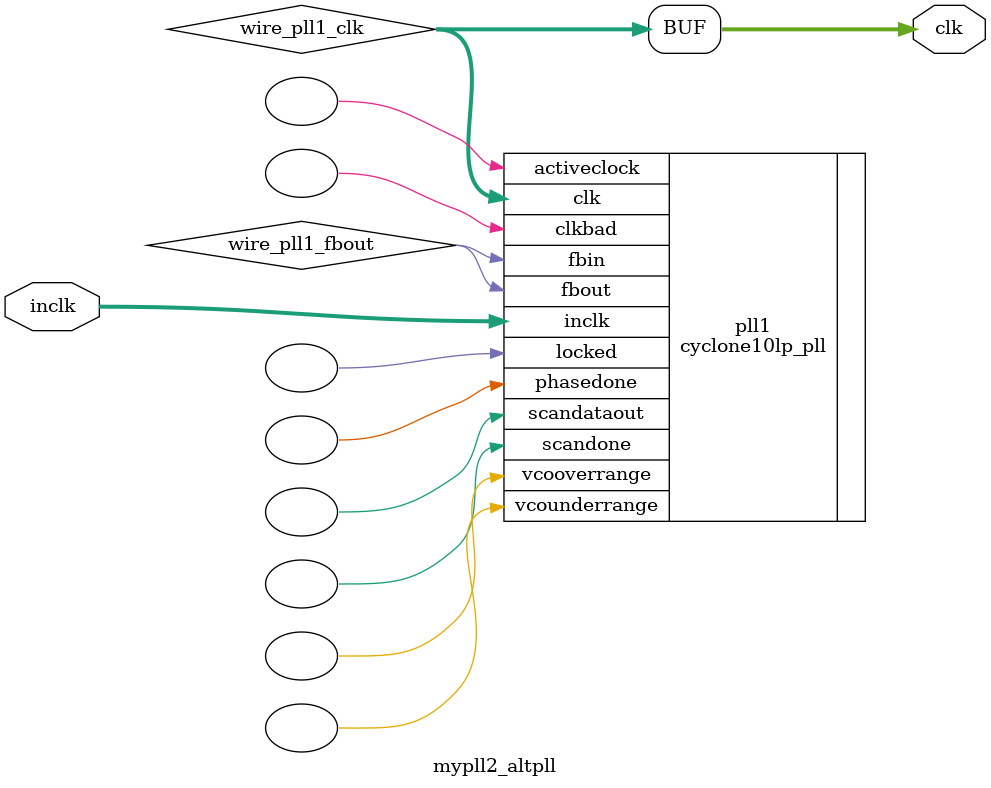
<source format=v>






//synthesis_resources = cyclone10lp_pll 1 
//synopsys translate_off
`timescale 1 ps / 1 ps
//synopsys translate_on
module  mypll2_altpll
	( 
	clk,
	inclk) /* synthesis synthesis_clearbox=1 */;
	output   [4:0]  clk;
	input   [1:0]  inclk;
`ifndef ALTERA_RESERVED_QIS
// synopsys translate_off
`endif
	tri0   [1:0]  inclk;
`ifndef ALTERA_RESERVED_QIS
// synopsys translate_on
`endif

	wire  [4:0]   wire_pll1_clk;
	wire  wire_pll1_fbout;

	cyclone10lp_pll   pll1
	( 
	.activeclock(),
	.clk(wire_pll1_clk),
	.clkbad(),
	.fbin(wire_pll1_fbout),
	.fbout(wire_pll1_fbout),
	.inclk(inclk),
	.locked(),
	.phasedone(),
	.scandataout(),
	.scandone(),
	.vcooverrange(),
	.vcounderrange()
	`ifndef FORMAL_VERIFICATION
	// synopsys translate_off
	`endif
	,
	.areset(1'b0),
	.clkswitch(1'b0),
	.configupdate(1'b0),
	.pfdena(1'b1),
	.phasecounterselect({3{1'b0}}),
	.phasestep(1'b0),
	.phaseupdown(1'b0),
	.scanclk(1'b0),
	.scanclkena(1'b1),
	.scandata(1'b0)
	`ifndef FORMAL_VERIFICATION
	// synopsys translate_on
	`endif
	);
	defparam
		pll1.bandwidth_type = "auto",
		pll1.clk0_divide_by = 15625,
		pll1.clk0_duty_cycle = 50,
		pll1.clk0_multiply_by = 4096,
		pll1.clk0_phase_shift = "0",
		pll1.clk1_divide_by = 625,
		pll1.clk1_duty_cycle = 50,
		pll1.clk1_multiply_by = 32,
		pll1.clk1_phase_shift = "0",
		pll1.compensate_clock = "clk0",
		pll1.inclk0_input_frequency = 40000,
		pll1.operation_mode = "normal",
		pll1.pll_type = "auto",
		pll1.lpm_type = "cyclone10lp_pll";
	assign
		clk = {wire_pll1_clk[4:0]};
endmodule //mypll2_altpll
//VALID FILE

</source>
